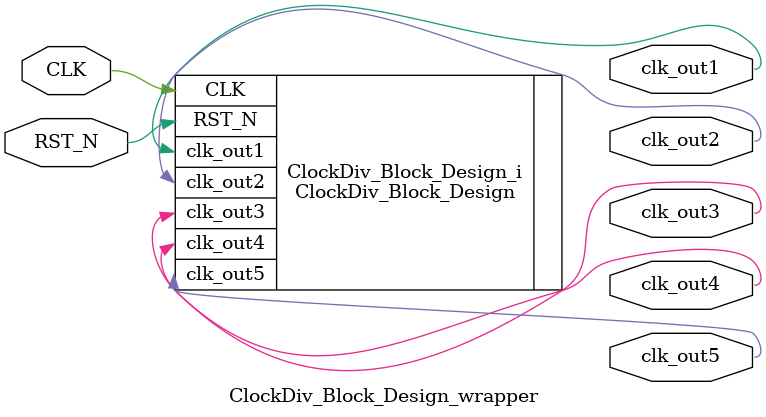
<source format=v>
`timescale 1 ps / 1 ps

module ClockDiv_Block_Design_wrapper
   (CLK,
    RST_N,
    clk_out1,
    clk_out2,
    clk_out3,
    clk_out4,
    clk_out5);
  input CLK;
  input RST_N;
  output clk_out1;
  output clk_out2;
  output clk_out3;
  output clk_out4;
  output clk_out5;

  wire CLK;
  wire RST_N;
  wire clk_out1;
  wire clk_out2;
  wire clk_out3;
  wire clk_out4;
  wire clk_out5;

  ClockDiv_Block_Design ClockDiv_Block_Design_i
       (.CLK(CLK),
        .RST_N(RST_N),
        .clk_out1(clk_out1),
        .clk_out2(clk_out2),
        .clk_out3(clk_out3),
        .clk_out4(clk_out4),
        .clk_out5(clk_out5));
endmodule

</source>
